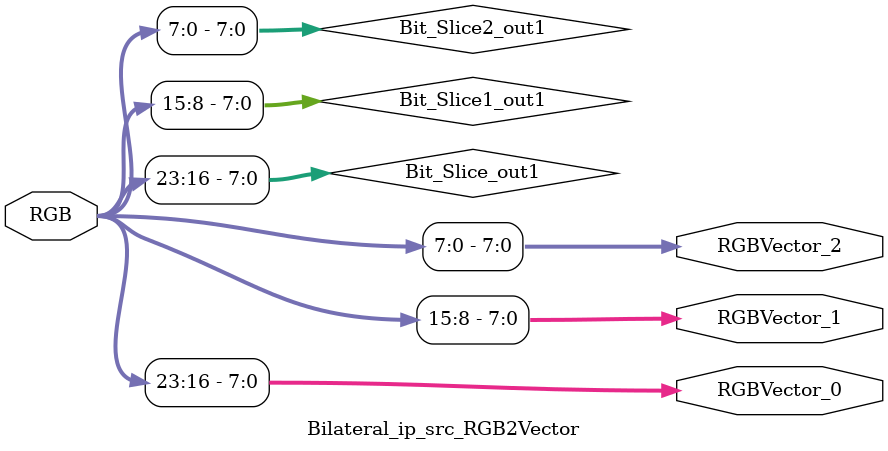
<source format=v>



`timescale 1 ns / 1 ns

module Bilateral_ip_src_RGB2Vector
          (RGB,
           RGBVector_0,
           RGBVector_1,
           RGBVector_2);


  input   [31:0] RGB;  // uint32
  output  [7:0] RGBVector_0;  // uint8
  output  [7:0] RGBVector_1;  // uint8
  output  [7:0] RGBVector_2;  // uint8


  wire [7:0] Bit_Slice_out1;  // uint8
  wire [7:0] Bit_Slice1_out1;  // uint8
  wire [7:0] Bit_Slice2_out1;  // uint8

  // RGB represented in
  // 32'hFFRRGGBB


  assign Bit_Slice_out1 = RGB[23:16];



  assign RGBVector_0 = Bit_Slice_out1;

  assign Bit_Slice1_out1 = RGB[15:8];



  assign RGBVector_1 = Bit_Slice1_out1;

  assign Bit_Slice2_out1 = RGB[7:0];



  assign RGBVector_2 = Bit_Slice2_out1;

endmodule  // Bilateral_ip_src_RGB2Vector


</source>
